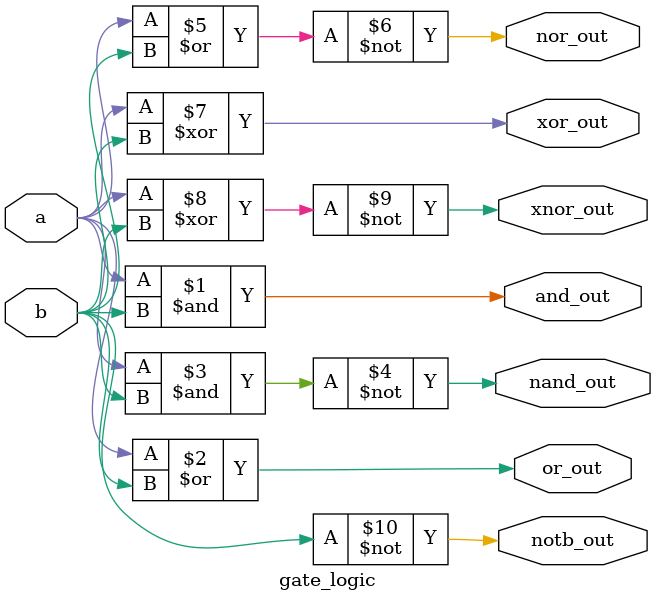
<source format=v>
`timescale 1ns / 1ps


module gate_logic(a, b, and_out, or_out, nand_out, nor_out, notb_out, xor_out, xnor_out);
    input a, b;
    output and_out, or_out, nand_out, nor_out, notb_out, xor_out, xnor_out;

    and  a1(and_out, a, b);
    or   o1(or_out, a, b);
    nand n1(nand_out, a, b);
    nor  n2(nor_out, a, b);
    not  n3(notb_out, b);
    xor  x1(xor_out, a, b);
    xnor x2(xnor_out, a, b);
endmodule

</source>
